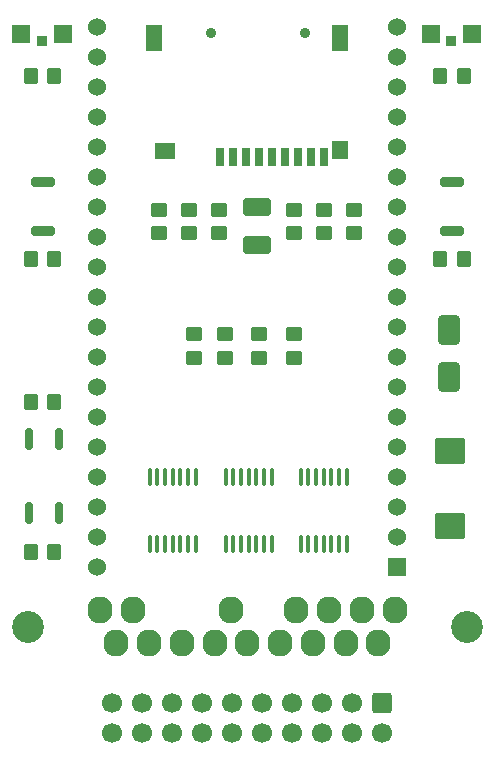
<source format=gbr>
%TF.GenerationSoftware,KiCad,Pcbnew,7.0.10*%
%TF.CreationDate,2024-02-08T23:41:11-06:00*%
%TF.ProjectId,FujiApple-DevKit-Combo,46756a69-4170-4706-9c65-2d4465764b69,1.0*%
%TF.SameCoordinates,Original*%
%TF.FileFunction,Soldermask,Top*%
%TF.FilePolarity,Negative*%
%FSLAX46Y46*%
G04 Gerber Fmt 4.6, Leading zero omitted, Abs format (unit mm)*
G04 Created by KiCad (PCBNEW 7.0.10) date 2024-02-08 23:41:11*
%MOMM*%
%LPD*%
G01*
G04 APERTURE LIST*
G04 Aperture macros list*
%AMRoundRect*
0 Rectangle with rounded corners*
0 $1 Rounding radius*
0 $2 $3 $4 $5 $6 $7 $8 $9 X,Y pos of 4 corners*
0 Add a 4 corners polygon primitive as box body*
4,1,4,$2,$3,$4,$5,$6,$7,$8,$9,$2,$3,0*
0 Add four circle primitives for the rounded corners*
1,1,$1+$1,$2,$3*
1,1,$1+$1,$4,$5*
1,1,$1+$1,$6,$7*
1,1,$1+$1,$8,$9*
0 Add four rect primitives between the rounded corners*
20,1,$1+$1,$2,$3,$4,$5,0*
20,1,$1+$1,$4,$5,$6,$7,0*
20,1,$1+$1,$6,$7,$8,$9,0*
20,1,$1+$1,$8,$9,$2,$3,0*%
G04 Aperture macros list end*
%ADD10RoundRect,0.250000X-0.600000X0.600000X-0.600000X-0.600000X0.600000X-0.600000X0.600000X0.600000X0*%
%ADD11C,1.700000*%
%ADD12RoundRect,0.250000X-0.350000X-0.450000X0.350000X-0.450000X0.350000X0.450000X-0.350000X0.450000X0*%
%ADD13RoundRect,0.250000X-0.650000X1.000000X-0.650000X-1.000000X0.650000X-1.000000X0.650000X1.000000X0*%
%ADD14RoundRect,0.250001X-0.924999X0.499999X-0.924999X-0.499999X0.924999X-0.499999X0.924999X0.499999X0*%
%ADD15RoundRect,0.250000X-0.450000X0.350000X-0.450000X-0.350000X0.450000X-0.350000X0.450000X0.350000X0*%
%ADD16RoundRect,0.250000X0.350000X0.450000X-0.350000X0.450000X-0.350000X-0.450000X0.350000X-0.450000X0*%
%ADD17RoundRect,0.100000X-0.100000X0.637500X-0.100000X-0.637500X0.100000X-0.637500X0.100000X0.637500X0*%
%ADD18RoundRect,0.250000X0.450000X-0.350000X0.450000X0.350000X-0.450000X0.350000X-0.450000X-0.350000X0*%
%ADD19R,1.530000X1.530000*%
%ADD20C,1.530000*%
%ADD21RoundRect,0.250000X-1.025000X0.875000X-1.025000X-0.875000X1.025000X-0.875000X1.025000X0.875000X0*%
%ADD22RoundRect,0.200000X0.800000X-0.200000X0.800000X0.200000X-0.800000X0.200000X-0.800000X-0.200000X0*%
%ADD23RoundRect,0.150000X0.150000X-0.750000X0.150000X0.750000X-0.150000X0.750000X-0.150000X-0.750000X0*%
%ADD24R,0.900000X0.900000*%
%ADD25R,1.500000X1.500000*%
%ADD26C,0.900000*%
%ADD27R,0.700000X1.600000*%
%ADD28R,1.400000X1.600000*%
%ADD29R,1.400000X2.200000*%
%ADD30R,1.800000X1.400000*%
%ADD31C,2.700000*%
%ADD32O,2.100000X2.300000*%
G04 APERTURE END LIST*
D10*
%TO.C,J2*%
X166203000Y-134721600D03*
D11*
X166203000Y-137261600D03*
X163663000Y-134721600D03*
X163663000Y-137261600D03*
X161123000Y-134721600D03*
X161123000Y-137261600D03*
X158583000Y-134721600D03*
X158583000Y-137261600D03*
X156043000Y-134721600D03*
X156043000Y-137261600D03*
X153503000Y-134721600D03*
X153503000Y-137261600D03*
X150963000Y-134721600D03*
X150963000Y-137261600D03*
X148423000Y-134721600D03*
X148423000Y-137261600D03*
X145883000Y-134721600D03*
X145883000Y-137261600D03*
X143343000Y-134721600D03*
X143343000Y-137261600D03*
%TD*%
D12*
%TO.C,R12*%
X136430000Y-109220000D03*
X138430000Y-109220000D03*
%TD*%
D13*
%TO.C,D3*%
X171831000Y-103156000D03*
X171831000Y-107156000D03*
%TD*%
D14*
%TO.C,C1*%
X155575000Y-92710000D03*
X155575000Y-95960000D03*
%TD*%
D15*
%TO.C,R4*%
X152400000Y-92980000D03*
X152400000Y-94980000D03*
%TD*%
D16*
%TO.C,R2*%
X138430000Y-81661000D03*
X136430000Y-81661000D03*
%TD*%
D17*
%TO.C,U3*%
X150405001Y-115572501D03*
X149755001Y-115572501D03*
X149105001Y-115572501D03*
X148455001Y-115572501D03*
X147805001Y-115572501D03*
X147155001Y-115572501D03*
X146505001Y-115572501D03*
X146505001Y-121297501D03*
X147155001Y-121297501D03*
X147805001Y-121297501D03*
X148455001Y-121297501D03*
X149105001Y-121297501D03*
X149755001Y-121297501D03*
X150405001Y-121297501D03*
%TD*%
D16*
%TO.C,R11*%
X138430000Y-121920000D03*
X136430000Y-121920000D03*
%TD*%
D17*
%TO.C,U2*%
X156845001Y-115572501D03*
X156195001Y-115572501D03*
X155545001Y-115572501D03*
X154895001Y-115572501D03*
X154245001Y-115572501D03*
X153595001Y-115572501D03*
X152945001Y-115572501D03*
X152945001Y-121297501D03*
X153595001Y-121297501D03*
X154245001Y-121297501D03*
X154895001Y-121297501D03*
X155545001Y-121297501D03*
X156195001Y-121297501D03*
X156845001Y-121297501D03*
%TD*%
D15*
%TO.C,R7*%
X147320000Y-92980000D03*
X147320000Y-94980000D03*
%TD*%
D16*
%TO.C,R9*%
X173085000Y-97155000D03*
X171085000Y-97155000D03*
%TD*%
D15*
%TO.C,R5*%
X158750000Y-92980000D03*
X158750000Y-94980000D03*
%TD*%
D12*
%TO.C,R10*%
X136430000Y-97155000D03*
X138430000Y-97155000D03*
%TD*%
D18*
%TO.C,R15*%
X155800000Y-105505000D03*
X155800000Y-103505000D03*
%TD*%
D15*
%TO.C,R8*%
X149860000Y-92980000D03*
X149860000Y-94980000D03*
%TD*%
D19*
%TO.C,U4*%
X167462200Y-123180000D03*
D20*
X167462200Y-120640000D03*
X167462200Y-118100000D03*
X167462200Y-115560000D03*
X167462200Y-113020000D03*
X167462200Y-110480000D03*
X167462200Y-107940000D03*
X167462200Y-105400000D03*
X167462200Y-102860000D03*
X167462200Y-100320000D03*
X167462200Y-97780000D03*
X167462200Y-95240000D03*
X167462200Y-92700000D03*
X167462200Y-90160000D03*
X167462200Y-87620000D03*
X167462200Y-85080000D03*
X167462200Y-82540000D03*
X167462200Y-80000000D03*
X167462200Y-77460000D03*
X142062200Y-77460000D03*
X142062200Y-80000000D03*
X142062200Y-82540000D03*
X142062200Y-85080000D03*
X142062200Y-87620000D03*
X142062200Y-90160000D03*
X142062200Y-92700000D03*
X142062200Y-95240000D03*
X142062200Y-97780000D03*
X142062200Y-100320000D03*
X142062200Y-102860000D03*
X142062200Y-105400000D03*
X142062200Y-107940000D03*
X142062200Y-110480000D03*
X142062200Y-113020000D03*
X142062200Y-115560000D03*
X142062200Y-118100000D03*
X142062200Y-120640000D03*
X142062200Y-123180000D03*
%TD*%
D17*
%TO.C,U1*%
X163195001Y-115572501D03*
X162545001Y-115572501D03*
X161895001Y-115572501D03*
X161245001Y-115572501D03*
X160595001Y-115572501D03*
X159945001Y-115572501D03*
X159295001Y-115572501D03*
X159295001Y-121297501D03*
X159945001Y-121297501D03*
X160595001Y-121297501D03*
X161245001Y-121297501D03*
X161895001Y-121297501D03*
X162545001Y-121297501D03*
X163195001Y-121297501D03*
%TD*%
D18*
%TO.C,R16*%
X158750000Y-105505000D03*
X158750000Y-103505000D03*
%TD*%
D21*
%TO.C,C2*%
X171958000Y-113386000D03*
X171958000Y-119786000D03*
%TD*%
D18*
%TO.C,R13*%
X152908000Y-105521000D03*
X152908000Y-103521000D03*
%TD*%
D22*
%TO.C,SW2*%
X137445400Y-94810000D03*
X137445400Y-90610000D03*
%TD*%
D15*
%TO.C,R6*%
X161290000Y-92980000D03*
X161290000Y-94980000D03*
%TD*%
D16*
%TO.C,R1*%
X173085000Y-81661000D03*
X171085000Y-81661000D03*
%TD*%
D15*
%TO.C,R3*%
X163830000Y-92980000D03*
X163830000Y-94980000D03*
%TD*%
D22*
%TO.C,SW1*%
X172085000Y-94790600D03*
X172085000Y-90590600D03*
%TD*%
D23*
%TO.C,U5*%
X136271000Y-118668000D03*
X138811000Y-118668000D03*
X138811000Y-112368000D03*
X136271000Y-112368000D03*
%TD*%
D24*
%TO.C,D1*%
X172050000Y-78650000D03*
D25*
X173800000Y-78100000D03*
X170300000Y-78100000D03*
%TD*%
D26*
%TO.C,P1*%
X159686800Y-78000000D03*
X151686800Y-78000000D03*
D27*
X152486800Y-88500000D03*
X153586800Y-88500000D03*
X154686800Y-88500000D03*
X155786800Y-88500000D03*
X156886800Y-88500000D03*
X157986800Y-88500000D03*
X159086800Y-88500000D03*
X160186800Y-88500000D03*
X161286800Y-88500000D03*
D28*
X162586800Y-87900000D03*
D29*
X162586800Y-78400000D03*
X146886800Y-78400000D03*
D30*
X147786800Y-88000000D03*
%TD*%
D18*
%TO.C,R14*%
X150241000Y-105505000D03*
X150241000Y-103505000D03*
%TD*%
D24*
%TO.C,D2*%
X137379000Y-78650000D03*
D25*
X139129000Y-78100000D03*
X135629000Y-78100000D03*
%TD*%
D31*
%TO.C,J1*%
X173368000Y-128270000D03*
X136178000Y-128270000D03*
D32*
X167238000Y-126850000D03*
X164468000Y-126850000D03*
X161698000Y-126850000D03*
X158928000Y-126850000D03*
X153388000Y-126850000D03*
X145078000Y-126850000D03*
X142308000Y-126850000D03*
X165853000Y-129690000D03*
X163083000Y-129690000D03*
X160313000Y-129690000D03*
X157543000Y-129690000D03*
X154773000Y-129690000D03*
X152003000Y-129690000D03*
X149233000Y-129690000D03*
X146463000Y-129690000D03*
X143693000Y-129690000D03*
%TD*%
M02*

</source>
